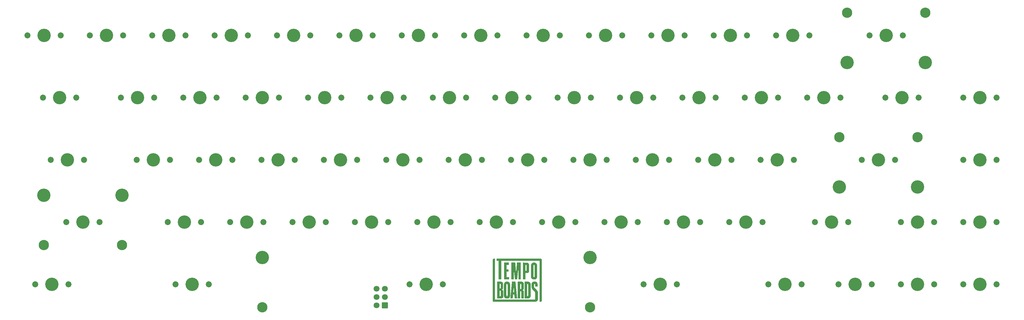
<source format=gbr>
G04 #@! TF.GenerationSoftware,KiCad,Pcbnew,(6.0.1)*
G04 #@! TF.CreationDate,2022-06-10T16:34:35-07:00*
G04 #@! TF.ProjectId,artemis-65,61727465-6d69-4732-9d36-352e6b696361,rev?*
G04 #@! TF.SameCoordinates,Original*
G04 #@! TF.FileFunction,Soldermask,Top*
G04 #@! TF.FilePolarity,Negative*
%FSLAX46Y46*%
G04 Gerber Fmt 4.6, Leading zero omitted, Abs format (unit mm)*
G04 Created by KiCad (PCBNEW (6.0.1)) date 2022-06-10 16:34:35*
%MOMM*%
%LPD*%
G01*
G04 APERTURE LIST*
G04 Aperture macros list*
%AMRoundRect*
0 Rectangle with rounded corners*
0 $1 Rounding radius*
0 $2 $3 $4 $5 $6 $7 $8 $9 X,Y pos of 4 corners*
0 Add a 4 corners polygon primitive as box body*
4,1,4,$2,$3,$4,$5,$6,$7,$8,$9,$2,$3,0*
0 Add four circle primitives for the rounded corners*
1,1,$1+$1,$2,$3*
1,1,$1+$1,$4,$5*
1,1,$1+$1,$6,$7*
1,1,$1+$1,$8,$9*
0 Add four rect primitives between the rounded corners*
20,1,$1+$1,$2,$3,$4,$5,0*
20,1,$1+$1,$4,$5,$6,$7,0*
20,1,$1+$1,$6,$7,$8,$9,0*
20,1,$1+$1,$8,$9,$2,$3,0*%
G04 Aperture macros list end*
%ADD10C,4.087800*%
%ADD11C,1.850000*%
%ADD12C,3.148000*%
%ADD13C,1.800000*%
%ADD14RoundRect,0.050000X-0.850000X-0.850000X0.850000X-0.850000X0.850000X0.850000X-0.850000X0.850000X0*%
G04 APERTURE END LIST*
G36*
X150726185Y-103915317D02*
G01*
X150726336Y-103758728D01*
X150726568Y-103604831D01*
X150726879Y-103454803D01*
X150727270Y-103309820D01*
X150727741Y-103171055D01*
X150728292Y-103039686D01*
X150728922Y-102916887D01*
X150729631Y-102803833D01*
X150730420Y-102701701D01*
X150731289Y-102611665D01*
X150732236Y-102534900D01*
X150733263Y-102472583D01*
X150734369Y-102425889D01*
X150735554Y-102395993D01*
X150736146Y-102388001D01*
X150755369Y-102252008D01*
X150784312Y-102130410D01*
X150823751Y-102021373D01*
X150874460Y-101923059D01*
X150937217Y-101833632D01*
X150999756Y-101764093D01*
X151085510Y-101688409D01*
X151178094Y-101627157D01*
X151278950Y-101579812D01*
X151389520Y-101545848D01*
X151511245Y-101524738D01*
X151645568Y-101515958D01*
X151680858Y-101515627D01*
X151824279Y-101523142D01*
X151956741Y-101545433D01*
X152078149Y-101582454D01*
X152188407Y-101634162D01*
X152287417Y-101700510D01*
X152375083Y-101781454D01*
X152450578Y-101875885D01*
X152497561Y-101955476D01*
X152539374Y-102048655D01*
X152574404Y-102150819D01*
X152601040Y-102257368D01*
X152615840Y-102347636D01*
X152617258Y-102367010D01*
X152618564Y-102401112D01*
X152619757Y-102450227D01*
X152620841Y-102514642D01*
X152621816Y-102594643D01*
X152622684Y-102690514D01*
X152623447Y-102802542D01*
X152624106Y-102931013D01*
X152624664Y-103076212D01*
X152625121Y-103238425D01*
X152625479Y-103417938D01*
X152625740Y-103615036D01*
X152625905Y-103830005D01*
X152625976Y-104063132D01*
X152625980Y-104140741D01*
X152625979Y-104354623D01*
X152625969Y-104550811D01*
X152625932Y-104730146D01*
X152625847Y-104893466D01*
X152625694Y-105041613D01*
X152625453Y-105175426D01*
X152625104Y-105295745D01*
X152624627Y-105403410D01*
X152624002Y-105499260D01*
X152623209Y-105584136D01*
X152622229Y-105658877D01*
X152621040Y-105724323D01*
X152619624Y-105781315D01*
X152617960Y-105830691D01*
X152616029Y-105873292D01*
X152613809Y-105909958D01*
X152611282Y-105941529D01*
X152608428Y-105968844D01*
X152605225Y-105992744D01*
X152601655Y-106014068D01*
X152597698Y-106033655D01*
X152593333Y-106052347D01*
X152588540Y-106070983D01*
X152583300Y-106090402D01*
X152579255Y-106105279D01*
X152566712Y-106144359D01*
X152548447Y-106192318D01*
X152527415Y-106241661D01*
X152515363Y-106267446D01*
X152457143Y-106368531D01*
X152387193Y-106456044D01*
X152304904Y-106530456D01*
X152209666Y-106592241D01*
X152100870Y-106641870D01*
X151986659Y-106677615D01*
X151950999Y-106686055D01*
X151916916Y-106692319D01*
X151880299Y-106696813D01*
X151837033Y-106699938D01*
X151783007Y-106702100D01*
X151722558Y-106703541D01*
X151635061Y-106704310D01*
X151563511Y-106702797D01*
X151505453Y-106698911D01*
X151466200Y-106693890D01*
X151342538Y-106665110D01*
X151222094Y-106620363D01*
X151170496Y-106595489D01*
X151073176Y-106534610D01*
X150987230Y-106459425D01*
X150913000Y-106370522D01*
X150850828Y-106268486D01*
X150801057Y-106153907D01*
X150764029Y-106027370D01*
X150740087Y-105889464D01*
X150735920Y-105850445D01*
X150734700Y-105827907D01*
X150733561Y-105788080D01*
X150732504Y-105732140D01*
X150731528Y-105661262D01*
X150730633Y-105576621D01*
X150729819Y-105479394D01*
X150729085Y-105370755D01*
X150728433Y-105251880D01*
X150727861Y-105123944D01*
X150727370Y-104988123D01*
X150726960Y-104845591D01*
X150726630Y-104697526D01*
X150726380Y-104545101D01*
X150726211Y-104389492D01*
X150726122Y-104231875D01*
X150726115Y-104108307D01*
X151509424Y-104108307D01*
X151509431Y-104318621D01*
X151509456Y-104511206D01*
X151509507Y-104686864D01*
X151509591Y-104846401D01*
X151509716Y-104990619D01*
X151509890Y-105120323D01*
X151510119Y-105236317D01*
X151510412Y-105339403D01*
X151510776Y-105430387D01*
X151511218Y-105510071D01*
X151511746Y-105579260D01*
X151512367Y-105638757D01*
X151513089Y-105689366D01*
X151513920Y-105731892D01*
X151514866Y-105767137D01*
X151515936Y-105795905D01*
X151517136Y-105819001D01*
X151518475Y-105837228D01*
X151519960Y-105851390D01*
X151521598Y-105862291D01*
X151523396Y-105870734D01*
X151525364Y-105877523D01*
X151525944Y-105879231D01*
X151539685Y-105910640D01*
X151556156Y-105937581D01*
X151564448Y-105947205D01*
X151605940Y-105974267D01*
X151655484Y-105988138D01*
X151707567Y-105988253D01*
X151756675Y-105974045D01*
X151768055Y-105968065D01*
X151805174Y-105936002D01*
X151832873Y-105889826D01*
X151846963Y-105845017D01*
X151848352Y-105830924D01*
X151849630Y-105801934D01*
X151850800Y-105757775D01*
X151851862Y-105698173D01*
X151852818Y-105622856D01*
X151853670Y-105531551D01*
X151854419Y-105423984D01*
X151855067Y-105299883D01*
X151855615Y-105158976D01*
X151856066Y-105000988D01*
X151856420Y-104825648D01*
X151856680Y-104632681D01*
X151856846Y-104421816D01*
X151856920Y-104192780D01*
X151856925Y-104114432D01*
X151856933Y-103902051D01*
X151856942Y-103707407D01*
X151856928Y-103529703D01*
X151856868Y-103368142D01*
X151856738Y-103221927D01*
X151856515Y-103090262D01*
X151856175Y-102972349D01*
X151855694Y-102867392D01*
X151855049Y-102774595D01*
X151854217Y-102693160D01*
X151853174Y-102622290D01*
X151851897Y-102561189D01*
X151850361Y-102509061D01*
X151848544Y-102465107D01*
X151846422Y-102428532D01*
X151843971Y-102398539D01*
X151841168Y-102374330D01*
X151837990Y-102355110D01*
X151834412Y-102340081D01*
X151830412Y-102328447D01*
X151825965Y-102319411D01*
X151821049Y-102312175D01*
X151815639Y-102305944D01*
X151809713Y-102299920D01*
X151803246Y-102293307D01*
X151803156Y-102293212D01*
X151761203Y-102261345D01*
X151711341Y-102244015D01*
X151657996Y-102241928D01*
X151605599Y-102255792D01*
X151596307Y-102260190D01*
X151570837Y-102276824D01*
X151551288Y-102299965D01*
X151534126Y-102332006D01*
X151509424Y-102384703D01*
X151509424Y-104108307D01*
X150726115Y-104108307D01*
X150726113Y-104073425D01*
X150726185Y-103915317D01*
G37*
G36*
X150098570Y-94479035D02*
G01*
X150205170Y-94479404D01*
X150329538Y-94479788D01*
X150470913Y-94480184D01*
X150628530Y-94480592D01*
X150801626Y-94481010D01*
X150989437Y-94481437D01*
X151191199Y-94481872D01*
X151406148Y-94482314D01*
X151633522Y-94482761D01*
X151872555Y-94483211D01*
X152122485Y-94483665D01*
X152382548Y-94484120D01*
X152651980Y-94484575D01*
X152930018Y-94485030D01*
X153215897Y-94485482D01*
X153508855Y-94485930D01*
X153808126Y-94486374D01*
X154112949Y-94486811D01*
X154422558Y-94487241D01*
X154736191Y-94487663D01*
X155053084Y-94488075D01*
X155372472Y-94488475D01*
X155693593Y-94488864D01*
X156015682Y-94489238D01*
X156337976Y-94489598D01*
X156659712Y-94489942D01*
X156786805Y-94490073D01*
X157209370Y-94490522D01*
X157614250Y-94490988D01*
X158001406Y-94491469D01*
X158370803Y-94491965D01*
X158722401Y-94492478D01*
X159056163Y-94493005D01*
X159372053Y-94493548D01*
X159670031Y-94494106D01*
X159950062Y-94494680D01*
X160212107Y-94495268D01*
X160456128Y-94495871D01*
X160682089Y-94496489D01*
X160889952Y-94497122D01*
X161079678Y-94497769D01*
X161251231Y-94498431D01*
X161404574Y-94499107D01*
X161539667Y-94499797D01*
X161656475Y-94500502D01*
X161754959Y-94501220D01*
X161835083Y-94501953D01*
X161896807Y-94502699D01*
X161940096Y-94503459D01*
X161964910Y-94504233D01*
X161970875Y-94504696D01*
X162047504Y-94526815D01*
X162119171Y-94564789D01*
X162183343Y-94616103D01*
X162237493Y-94678238D01*
X162279088Y-94748679D01*
X162305599Y-94824907D01*
X162308938Y-94841002D01*
X162309576Y-94853701D01*
X162310194Y-94884343D01*
X162310793Y-94932343D01*
X162311372Y-94997111D01*
X162311932Y-95078060D01*
X162312472Y-95174604D01*
X162312993Y-95286154D01*
X162313494Y-95412124D01*
X162313975Y-95551925D01*
X162314437Y-95704970D01*
X162314879Y-95870672D01*
X162315301Y-96048443D01*
X162315703Y-96237697D01*
X162316086Y-96437844D01*
X162316448Y-96648299D01*
X162316791Y-96868473D01*
X162317114Y-97097779D01*
X162317417Y-97335629D01*
X162317699Y-97581437D01*
X162317962Y-97834614D01*
X162318204Y-98094574D01*
X162318427Y-98360728D01*
X162318629Y-98632490D01*
X162318811Y-98909271D01*
X162318973Y-99190485D01*
X162319114Y-99475544D01*
X162319236Y-99763860D01*
X162319336Y-100054846D01*
X162319417Y-100347915D01*
X162319477Y-100642479D01*
X162319516Y-100937950D01*
X162319535Y-101233742D01*
X162319534Y-101529266D01*
X162319512Y-101823936D01*
X162319469Y-102117163D01*
X162319406Y-102408361D01*
X162319322Y-102696942D01*
X162319217Y-102982318D01*
X162319092Y-103263902D01*
X162318946Y-103541107D01*
X162318779Y-103813345D01*
X162318591Y-104080028D01*
X162318382Y-104340569D01*
X162318152Y-104594382D01*
X162317902Y-104840877D01*
X162317630Y-105079468D01*
X162317337Y-105309568D01*
X162317024Y-105530588D01*
X162316689Y-105741942D01*
X162316333Y-105943042D01*
X162315955Y-106133300D01*
X162315557Y-106312130D01*
X162315137Y-106478943D01*
X162314696Y-106633152D01*
X162314234Y-106774169D01*
X162313751Y-106901408D01*
X162313245Y-107014281D01*
X162312719Y-107112200D01*
X162312171Y-107194578D01*
X162311602Y-107260828D01*
X162311011Y-107310361D01*
X162310398Y-107342591D01*
X162309764Y-107356929D01*
X162309704Y-107357335D01*
X162287201Y-107432319D01*
X162249680Y-107504540D01*
X162200221Y-107569390D01*
X162141907Y-107622259D01*
X162124546Y-107634202D01*
X162084487Y-107657497D01*
X162044663Y-107674736D01*
X162001294Y-107686721D01*
X161950599Y-107694250D01*
X161888798Y-107698125D01*
X161817792Y-107699150D01*
X161670351Y-107699150D01*
X161670351Y-95152787D01*
X160342897Y-95157387D01*
X160248811Y-95157701D01*
X160138654Y-95158047D01*
X160013157Y-95158422D01*
X159873052Y-95158827D01*
X159719069Y-95159258D01*
X159551941Y-95159715D01*
X159372400Y-95160195D01*
X159181175Y-95160697D01*
X158978999Y-95161219D01*
X158766604Y-95161760D01*
X158544720Y-95162318D01*
X158314079Y-95162892D01*
X158075413Y-95163479D01*
X157829453Y-95164078D01*
X157576931Y-95164688D01*
X157318577Y-95165307D01*
X157055124Y-95165932D01*
X156787302Y-95166564D01*
X156515844Y-95167199D01*
X156241481Y-95167836D01*
X155964943Y-95168474D01*
X155686963Y-95169111D01*
X155408273Y-95169745D01*
X155129602Y-95170374D01*
X154851684Y-95170998D01*
X154575249Y-95171614D01*
X154301029Y-95172221D01*
X154029754Y-95172817D01*
X153762158Y-95173400D01*
X153498971Y-95173969D01*
X153240924Y-95174522D01*
X152988749Y-95175057D01*
X152743178Y-95175574D01*
X152504942Y-95176069D01*
X152274772Y-95176542D01*
X152053399Y-95176991D01*
X151841556Y-95177414D01*
X151639974Y-95177810D01*
X151449383Y-95178177D01*
X151270517Y-95178513D01*
X151104105Y-95178817D01*
X150950879Y-95179087D01*
X150811572Y-95179321D01*
X150686914Y-95179518D01*
X150577636Y-95179676D01*
X150484471Y-95179793D01*
X150408149Y-95179868D01*
X150349403Y-95179899D01*
X150334871Y-95179900D01*
X149929453Y-95179851D01*
X149929453Y-100841799D01*
X149141785Y-100841799D01*
X149141785Y-95179851D01*
X148539450Y-95179851D01*
X148539450Y-94473245D01*
X150098570Y-94479035D01*
G37*
G36*
X152236859Y-96412092D02*
G01*
X151896309Y-96414523D01*
X151555758Y-96416954D01*
X151555758Y-97797691D01*
X151854608Y-97800136D01*
X152153459Y-97802581D01*
X152153459Y-98506336D01*
X151854608Y-98508781D01*
X151555758Y-98511226D01*
X151553390Y-99324378D01*
X151551023Y-100137530D01*
X152283193Y-100137530D01*
X152283193Y-100841799D01*
X150781989Y-100841799D01*
X150781989Y-95717319D01*
X152236859Y-95717319D01*
X152236859Y-96412092D01*
G37*
G36*
X147964915Y-107022682D02*
G01*
X154023649Y-107022682D01*
X154427815Y-107022679D01*
X154813861Y-107022669D01*
X155182199Y-107022652D01*
X155533240Y-107022626D01*
X155867399Y-107022591D01*
X156185087Y-107022545D01*
X156486716Y-107022487D01*
X156772701Y-107022417D01*
X157043452Y-107022334D01*
X157299383Y-107022236D01*
X157540905Y-107022123D01*
X157768433Y-107021994D01*
X157982378Y-107021847D01*
X158183152Y-107021682D01*
X158371169Y-107021498D01*
X158546841Y-107021294D01*
X158710580Y-107021068D01*
X158862799Y-107020821D01*
X159003910Y-107020550D01*
X159134326Y-107020255D01*
X159254460Y-107019936D01*
X159364725Y-107019590D01*
X159465532Y-107019217D01*
X159557294Y-107018817D01*
X159640424Y-107018387D01*
X159715334Y-107017928D01*
X159782437Y-107017438D01*
X159842145Y-107016916D01*
X159894872Y-107016362D01*
X159941029Y-107015773D01*
X159981029Y-107015150D01*
X160015285Y-107014492D01*
X160044209Y-107013797D01*
X160068213Y-107013064D01*
X160087711Y-107012293D01*
X160103115Y-107011482D01*
X160114837Y-107010631D01*
X160123290Y-107009738D01*
X160128886Y-107008803D01*
X160130529Y-107008384D01*
X160187355Y-106982155D01*
X160234936Y-106941204D01*
X160264676Y-106898459D01*
X160284981Y-106860515D01*
X160287756Y-105989446D01*
X160288211Y-105828437D01*
X160288472Y-105684802D01*
X160288507Y-105557381D01*
X160288284Y-105445015D01*
X160287773Y-105346545D01*
X160286941Y-105260810D01*
X160285757Y-105186653D01*
X160284191Y-105122913D01*
X160282209Y-105068432D01*
X160279782Y-105022050D01*
X160276877Y-104982608D01*
X160273463Y-104948946D01*
X160269509Y-104919905D01*
X160264983Y-104894327D01*
X160259854Y-104871051D01*
X160257129Y-104860206D01*
X160247071Y-104824808D01*
X160235413Y-104791566D01*
X160221054Y-104759058D01*
X160202894Y-104725866D01*
X160179834Y-104690567D01*
X160150772Y-104651744D01*
X160114609Y-104607974D01*
X160070246Y-104557840D01*
X160016581Y-104499919D01*
X159952515Y-104432792D01*
X159876948Y-104355040D01*
X159823913Y-104300950D01*
X159736008Y-104210888D01*
X159660242Y-104131725D01*
X159595210Y-104061704D01*
X159539510Y-103999071D01*
X159491739Y-103942070D01*
X159450492Y-103888946D01*
X159414366Y-103837943D01*
X159381959Y-103787307D01*
X159351867Y-103735282D01*
X159322687Y-103680112D01*
X159314311Y-103663506D01*
X159280703Y-103592942D01*
X159252066Y-103524704D01*
X159227996Y-103456535D01*
X159208090Y-103386177D01*
X159191945Y-103311376D01*
X159179158Y-103229872D01*
X159169327Y-103139411D01*
X159162048Y-103037734D01*
X159156918Y-102922586D01*
X159153535Y-102791709D01*
X159152976Y-102760004D01*
X159151431Y-102630689D01*
X159151487Y-102517909D01*
X159153382Y-102419718D01*
X159157357Y-102334167D01*
X159163648Y-102259310D01*
X159172496Y-102193198D01*
X159184138Y-102133884D01*
X159198813Y-102079421D01*
X159216761Y-102027861D01*
X159238220Y-101977256D01*
X159252633Y-101947042D01*
X159311823Y-101847652D01*
X159384943Y-101760153D01*
X159471095Y-101685317D01*
X159569377Y-101623917D01*
X159678892Y-101576728D01*
X159686009Y-101574295D01*
X159793408Y-101544929D01*
X159909926Y-101525214D01*
X160031770Y-101515077D01*
X160155146Y-101514442D01*
X160276259Y-101523232D01*
X160391316Y-101541374D01*
X160496523Y-101568791D01*
X160557975Y-101591613D01*
X160660165Y-101643994D01*
X160749898Y-101709045D01*
X160827437Y-101787144D01*
X160893041Y-101878673D01*
X160946973Y-101984012D01*
X160989494Y-102103540D01*
X161020866Y-102237639D01*
X161027000Y-102273503D01*
X161031616Y-102308922D01*
X161035557Y-102353876D01*
X161038900Y-102410019D01*
X161041720Y-102479005D01*
X161044091Y-102562489D01*
X161046089Y-102662124D01*
X161046867Y-102711354D01*
X161051953Y-103056538D01*
X160308147Y-103056538D01*
X160308096Y-102729887D01*
X160307789Y-102636682D01*
X160306924Y-102554895D01*
X160305539Y-102485911D01*
X160303671Y-102431109D01*
X160301359Y-102391871D01*
X160298640Y-102369581D01*
X160298212Y-102367830D01*
X160279420Y-102327154D01*
X160249065Y-102289887D01*
X160212385Y-102261478D01*
X160184365Y-102249394D01*
X160137749Y-102242611D01*
X160087414Y-102244618D01*
X160040559Y-102254568D01*
X160006199Y-102270355D01*
X159981184Y-102293747D01*
X159957580Y-102326720D01*
X159950465Y-102339823D01*
X159926882Y-102387610D01*
X159930302Y-102756824D01*
X159931208Y-102849841D01*
X159932109Y-102926319D01*
X159933117Y-102988251D01*
X159934340Y-103037631D01*
X159935889Y-103076453D01*
X159937873Y-103106710D01*
X159940402Y-103130396D01*
X159943586Y-103149504D01*
X159947535Y-103166029D01*
X159952359Y-103181964D01*
X159953997Y-103186940D01*
X159968634Y-103224798D01*
X159988103Y-103263764D01*
X160013350Y-103304892D01*
X160045320Y-103349236D01*
X160084959Y-103397852D01*
X160133214Y-103451793D01*
X160191029Y-103512114D01*
X160259352Y-103579869D01*
X160339127Y-103656113D01*
X160431301Y-103741901D01*
X160536820Y-103838287D01*
X160544448Y-103845202D01*
X160650669Y-103943550D01*
X160742494Y-104033616D01*
X160821033Y-104117271D01*
X160887397Y-104196382D01*
X160942696Y-104272821D01*
X160988041Y-104348456D01*
X161024541Y-104425157D01*
X161053307Y-104504794D01*
X161075449Y-104589235D01*
X161092077Y-104680351D01*
X161104303Y-104780010D01*
X161105220Y-104789409D01*
X161107072Y-104817877D01*
X161108668Y-104862128D01*
X161110011Y-104922448D01*
X161111102Y-104999127D01*
X161111943Y-105092450D01*
X161112536Y-105202705D01*
X161112883Y-105330180D01*
X161112984Y-105475162D01*
X161112842Y-105637939D01*
X161112460Y-105818797D01*
X161112137Y-105929212D01*
X161111618Y-106089838D01*
X161111127Y-106233029D01*
X161110642Y-106359881D01*
X161110140Y-106471492D01*
X161109600Y-106568959D01*
X161109000Y-106653381D01*
X161108316Y-106725854D01*
X161107526Y-106787477D01*
X161106610Y-106839345D01*
X161105544Y-106882558D01*
X161104306Y-106918212D01*
X161102873Y-106947405D01*
X161101225Y-106971234D01*
X161099338Y-106990798D01*
X161097190Y-107007192D01*
X161094760Y-107021516D01*
X161092024Y-107034865D01*
X161089539Y-107045849D01*
X161056283Y-107163266D01*
X161013743Y-107266387D01*
X160960697Y-107357603D01*
X160895922Y-107439307D01*
X160879507Y-107456725D01*
X160811114Y-107519697D01*
X160736874Y-107572868D01*
X160654215Y-107617475D01*
X160560565Y-107654754D01*
X160453351Y-107685943D01*
X160359819Y-107706608D01*
X160353799Y-107707570D01*
X160345461Y-107708490D01*
X160334397Y-107709370D01*
X160320199Y-107710210D01*
X160302459Y-107711013D01*
X160280769Y-107711778D01*
X160254720Y-107712507D01*
X160223905Y-107713201D01*
X160187915Y-107713862D01*
X160146343Y-107714489D01*
X160098780Y-107715085D01*
X160044819Y-107715650D01*
X159984050Y-107716186D01*
X159916067Y-107716694D01*
X159840460Y-107717174D01*
X159756822Y-107717627D01*
X159664745Y-107718056D01*
X159563821Y-107718461D01*
X159453642Y-107718842D01*
X159333799Y-107719202D01*
X159203884Y-107719540D01*
X159063489Y-107719859D01*
X158912207Y-107720159D01*
X158749629Y-107720442D01*
X158575347Y-107720708D01*
X158388953Y-107720959D01*
X158190039Y-107721195D01*
X157978197Y-107721418D01*
X157753018Y-107721629D01*
X157514095Y-107721829D01*
X157261020Y-107722019D01*
X156993383Y-107722200D01*
X156710779Y-107722373D01*
X156412797Y-107722539D01*
X156099031Y-107722700D01*
X155769071Y-107722856D01*
X155422511Y-107723008D01*
X155058942Y-107723159D01*
X154677955Y-107723307D01*
X154279143Y-107723456D01*
X153974364Y-107723565D01*
X153559778Y-107723709D01*
X153163328Y-107723839D01*
X152784616Y-107723953D01*
X152423246Y-107724052D01*
X152078821Y-107724135D01*
X151750942Y-107724201D01*
X151439213Y-107724249D01*
X151143236Y-107724279D01*
X150862614Y-107724289D01*
X150596950Y-107724280D01*
X150345847Y-107724251D01*
X150108907Y-107724200D01*
X149885732Y-107724127D01*
X149675926Y-107724032D01*
X149479092Y-107723913D01*
X149294831Y-107723771D01*
X149122748Y-107723603D01*
X148962443Y-107723411D01*
X148813521Y-107723192D01*
X148675584Y-107722947D01*
X148548234Y-107722673D01*
X148431075Y-107722372D01*
X148323708Y-107722042D01*
X148225738Y-107721682D01*
X148136765Y-107721292D01*
X148056394Y-107720871D01*
X147984227Y-107720418D01*
X147919866Y-107719933D01*
X147862914Y-107719414D01*
X147812975Y-107718862D01*
X147769650Y-107718275D01*
X147732542Y-107717654D01*
X147701254Y-107716996D01*
X147675390Y-107716301D01*
X147654551Y-107715569D01*
X147638339Y-107714799D01*
X147626359Y-107713991D01*
X147618213Y-107713142D01*
X147613750Y-107712323D01*
X147534154Y-107681761D01*
X147465184Y-107636142D01*
X147407549Y-107576065D01*
X147361956Y-107502129D01*
X147359661Y-107497353D01*
X147330147Y-107435050D01*
X147330147Y-94775788D01*
X147364920Y-94705428D01*
X147409834Y-94633815D01*
X147467594Y-94572305D01*
X147535277Y-94523178D01*
X147609957Y-94488712D01*
X147660267Y-94475363D01*
X147687662Y-94471964D01*
X147728389Y-94469147D01*
X147777250Y-94467180D01*
X147829046Y-94466330D01*
X147836446Y-94466316D01*
X147964915Y-94466316D01*
X147964915Y-107022682D01*
G37*
G36*
X155593718Y-101548236D02*
G01*
X155720342Y-101548819D01*
X155829847Y-101549375D01*
X155923645Y-101549948D01*
X156003153Y-101550584D01*
X156069782Y-101551329D01*
X156124947Y-101552227D01*
X156170062Y-101553323D01*
X156206541Y-101554662D01*
X156235797Y-101556290D01*
X156259245Y-101558252D01*
X156278297Y-101560593D01*
X156294369Y-101563357D01*
X156308873Y-101566591D01*
X156323224Y-101570340D01*
X156328103Y-101571679D01*
X156433503Y-101608429D01*
X156525203Y-101656960D01*
X156603653Y-101717793D01*
X156669306Y-101791446D01*
X156722611Y-101878437D01*
X156764020Y-101979285D01*
X156793982Y-102094508D01*
X156797201Y-102111336D01*
X156799647Y-102128131D01*
X156801779Y-102150901D01*
X156803615Y-102180819D01*
X156805173Y-102219062D01*
X156806473Y-102266804D01*
X156807532Y-102325221D01*
X156808370Y-102395488D01*
X156809004Y-102478781D01*
X156809454Y-102576274D01*
X156809737Y-102689144D01*
X156809872Y-102818565D01*
X156809889Y-102917538D01*
X156809868Y-103051635D01*
X156809812Y-103168518D01*
X156809688Y-103269506D01*
X156809463Y-103355919D01*
X156809103Y-103429075D01*
X156808574Y-103490295D01*
X156807842Y-103540898D01*
X156806873Y-103582202D01*
X156805635Y-103615527D01*
X156804093Y-103642193D01*
X156802213Y-103663519D01*
X156799962Y-103680824D01*
X156797305Y-103695427D01*
X156794210Y-103708648D01*
X156790643Y-103721806D01*
X156789201Y-103726909D01*
X156754269Y-103823738D01*
X156708085Y-103909524D01*
X156651883Y-103982895D01*
X156586896Y-104042483D01*
X156514356Y-104086918D01*
X156441174Y-104113448D01*
X156411056Y-104123661D01*
X156399450Y-104134495D01*
X156406358Y-104145955D01*
X156431785Y-104158047D01*
X156469971Y-104169338D01*
X156555641Y-104198665D01*
X156627985Y-104240351D01*
X156688462Y-104295574D01*
X156738526Y-104365513D01*
X156758322Y-104402664D01*
X156768644Y-104423648D01*
X156777879Y-104442594D01*
X156786089Y-104460596D01*
X156793339Y-104478751D01*
X156799691Y-104498154D01*
X156805211Y-104519901D01*
X156809962Y-104545088D01*
X156814008Y-104574810D01*
X156817413Y-104610164D01*
X156820239Y-104652244D01*
X156822553Y-104702147D01*
X156824416Y-104760969D01*
X156825893Y-104829805D01*
X156827048Y-104909750D01*
X156827945Y-105001901D01*
X156828647Y-105107354D01*
X156829218Y-105227203D01*
X156829723Y-105362546D01*
X156830224Y-105514477D01*
X156830651Y-105644262D01*
X156834103Y-106670548D01*
X156054736Y-106670548D01*
X156054684Y-105658162D01*
X156054600Y-105477836D01*
X156054363Y-105315661D01*
X156053969Y-105171254D01*
X156053416Y-105044232D01*
X156052699Y-104934213D01*
X156051815Y-104840814D01*
X156050759Y-104763653D01*
X156049529Y-104702348D01*
X156048121Y-104656515D01*
X156046530Y-104625772D01*
X156044754Y-104609738D01*
X156044508Y-104608709D01*
X156027620Y-104565008D01*
X156002563Y-104531845D01*
X155967332Y-104508180D01*
X155919923Y-104492976D01*
X155858332Y-104485196D01*
X155802854Y-104483608D01*
X155711869Y-104483608D01*
X155711869Y-106670548D01*
X154933466Y-106670548D01*
X154933466Y-103844207D01*
X155711869Y-103844207D01*
X155802219Y-103844155D01*
X155845715Y-103843143D01*
X155886154Y-103840477D01*
X155917277Y-103836639D01*
X155926936Y-103834559D01*
X155965773Y-103815490D01*
X156002077Y-103782767D01*
X156030812Y-103741098D01*
X156034184Y-103734312D01*
X156037238Y-103726695D01*
X156039878Y-103716833D01*
X156042133Y-103703410D01*
X156044033Y-103685110D01*
X156045608Y-103660618D01*
X156046888Y-103628616D01*
X156047903Y-103587790D01*
X156048683Y-103536824D01*
X156049257Y-103474400D01*
X156049656Y-103399204D01*
X156049910Y-103309919D01*
X156050047Y-103205230D01*
X156050099Y-103083820D01*
X156050103Y-103033371D01*
X156050093Y-102906153D01*
X156050038Y-102796137D01*
X156049903Y-102701992D01*
X156049650Y-102622384D01*
X156049244Y-102555984D01*
X156048648Y-102501459D01*
X156047825Y-102457478D01*
X156046740Y-102422709D01*
X156045355Y-102395821D01*
X156043634Y-102375481D01*
X156041541Y-102360359D01*
X156039040Y-102349123D01*
X156036093Y-102340441D01*
X156032665Y-102332982D01*
X156030852Y-102329470D01*
X156000834Y-102291694D01*
X155971477Y-102271554D01*
X155951762Y-102262244D01*
X155931632Y-102256101D01*
X155906603Y-102252492D01*
X155872196Y-102250782D01*
X155823929Y-102250336D01*
X155711869Y-102250336D01*
X155711869Y-103844207D01*
X154933466Y-103844207D01*
X154933466Y-101545260D01*
X155593718Y-101548236D01*
G37*
G36*
X157596970Y-101546067D02*
G01*
X157722069Y-101546242D01*
X157836123Y-101546756D01*
X157938060Y-101547592D01*
X158026806Y-101548733D01*
X158101290Y-101550162D01*
X158160436Y-101551863D01*
X158203174Y-101553819D01*
X158228082Y-101555963D01*
X158357638Y-101581431D01*
X158474069Y-101619978D01*
X158577390Y-101671618D01*
X158667614Y-101736366D01*
X158744753Y-101814236D01*
X158808822Y-101905241D01*
X158859834Y-102009396D01*
X158897803Y-102126716D01*
X158922741Y-102257214D01*
X158927122Y-102293585D01*
X158928523Y-102312376D01*
X158929790Y-102341602D01*
X158930923Y-102381799D01*
X158931925Y-102433507D01*
X158932798Y-102497263D01*
X158933545Y-102573607D01*
X158934167Y-102663075D01*
X158934667Y-102766207D01*
X158935047Y-102883540D01*
X158935308Y-103015613D01*
X158935454Y-103162964D01*
X158935485Y-103326132D01*
X158935405Y-103505653D01*
X158935215Y-103702068D01*
X158934917Y-103915913D01*
X158934515Y-104147728D01*
X158934493Y-104159274D01*
X158934087Y-104371698D01*
X158933706Y-104566403D01*
X158933339Y-104744203D01*
X158932976Y-104905914D01*
X158932606Y-105052351D01*
X158932221Y-105184327D01*
X158931810Y-105302657D01*
X158931362Y-105408156D01*
X158930868Y-105501639D01*
X158930317Y-105583921D01*
X158929700Y-105655815D01*
X158929006Y-105718136D01*
X158928225Y-105771700D01*
X158927347Y-105817320D01*
X158926362Y-105855812D01*
X158925260Y-105887990D01*
X158924031Y-105914668D01*
X158922664Y-105936661D01*
X158921150Y-105954785D01*
X158919478Y-105969852D01*
X158917639Y-105982679D01*
X158915621Y-105994079D01*
X158913416Y-106004868D01*
X158911492Y-106013689D01*
X158876520Y-106142077D01*
X158831287Y-106255203D01*
X158775243Y-106353593D01*
X158707837Y-106437771D01*
X158628519Y-106508262D01*
X158536739Y-106565590D01*
X158431947Y-106610280D01*
X158313592Y-106642856D01*
X158237042Y-106656626D01*
X158213076Y-106659678D01*
X158184317Y-106662272D01*
X158149250Y-106664442D01*
X158106361Y-106666221D01*
X158054135Y-106667641D01*
X157991057Y-106668734D01*
X157915612Y-106669534D01*
X157826285Y-106670071D01*
X157721562Y-106670380D01*
X157599927Y-106670492D01*
X157590690Y-106670493D01*
X157037005Y-106670548D01*
X157037005Y-105966279D01*
X157806141Y-105966279D01*
X157905758Y-105966244D01*
X157953570Y-105965618D01*
X157987149Y-105963388D01*
X158010768Y-105958970D01*
X158028698Y-105951778D01*
X158034146Y-105948666D01*
X158063023Y-105924564D01*
X158087246Y-105889181D01*
X158108261Y-105839932D01*
X158123757Y-105788743D01*
X158144375Y-105711445D01*
X158144375Y-102495903D01*
X158123793Y-102430480D01*
X158098740Y-102365269D01*
X158068617Y-102316596D01*
X158031062Y-102282666D01*
X157983715Y-102261681D01*
X157924213Y-102251845D01*
X157887224Y-102250539D01*
X157806141Y-102250336D01*
X157806141Y-105966279D01*
X157037005Y-105966279D01*
X157037005Y-101546067D01*
X157596970Y-101546067D01*
G37*
G36*
X157215389Y-95719488D02*
G01*
X157341972Y-95720069D01*
X157451435Y-95720622D01*
X157545188Y-95721191D01*
X157624644Y-95721822D01*
X157691215Y-95722560D01*
X157746314Y-95723451D01*
X157791353Y-95724541D01*
X157827743Y-95725874D01*
X157856896Y-95727497D01*
X157880226Y-95729455D01*
X157899143Y-95731793D01*
X157915061Y-95734557D01*
X157929390Y-95737792D01*
X157943544Y-95741545D01*
X157949237Y-95743134D01*
X158055767Y-95781332D01*
X158148937Y-95832367D01*
X158228819Y-95896312D01*
X158295489Y-95973236D01*
X158349020Y-96063213D01*
X158389487Y-96166312D01*
X158389623Y-96166753D01*
X158397011Y-96191368D01*
X158403569Y-96215411D01*
X158409349Y-96240086D01*
X158414398Y-96266600D01*
X158418767Y-96296158D01*
X158422504Y-96329965D01*
X158425659Y-96369227D01*
X158428281Y-96415148D01*
X158430419Y-96468935D01*
X158432123Y-96531792D01*
X158433441Y-96604926D01*
X158434424Y-96689541D01*
X158435119Y-96786842D01*
X158435578Y-96898036D01*
X158435848Y-97024327D01*
X158435979Y-97166921D01*
X158436019Y-97301923D01*
X158435933Y-97454851D01*
X158435642Y-97597377D01*
X158435155Y-97728617D01*
X158434482Y-97847686D01*
X158433629Y-97953699D01*
X158432607Y-98045772D01*
X158431424Y-98123021D01*
X158430087Y-98184562D01*
X158428607Y-98229508D01*
X158426991Y-98256977D01*
X158426665Y-98260186D01*
X158414847Y-98343009D01*
X158398946Y-98414329D01*
X158377056Y-98481049D01*
X158347275Y-98550072D01*
X158345918Y-98552926D01*
X158294070Y-98640981D01*
X158228846Y-98716411D01*
X158150953Y-98778637D01*
X158061100Y-98827081D01*
X157972524Y-98857901D01*
X157920561Y-98870409D01*
X157866249Y-98880070D01*
X157806471Y-98887162D01*
X157738113Y-98891958D01*
X157658058Y-98894736D01*
X157563192Y-98895771D01*
X157544600Y-98895794D01*
X157342806Y-98895794D01*
X157342806Y-100841799D01*
X156555137Y-100841799D01*
X156555137Y-98220800D01*
X157342714Y-98220800D01*
X157460910Y-98217746D01*
X157510781Y-98216169D01*
X157546013Y-98214021D01*
X157570503Y-98210640D01*
X157588144Y-98205365D01*
X157602832Y-98197535D01*
X157610413Y-98192364D01*
X157634924Y-98168054D01*
X157658348Y-98133159D01*
X157666013Y-98118231D01*
X157690307Y-98066425D01*
X157690307Y-96537421D01*
X157668365Y-96499130D01*
X157642207Y-96465889D01*
X157609033Y-96439828D01*
X157608408Y-96439474D01*
X157589895Y-96430185D01*
X157570772Y-96423987D01*
X157546705Y-96420244D01*
X157513356Y-96418319D01*
X157466389Y-96417575D01*
X157458917Y-96417531D01*
X157347439Y-96416954D01*
X157345077Y-97318877D01*
X157342714Y-98220800D01*
X156555137Y-98220800D01*
X156555137Y-95716511D01*
X157215389Y-95719488D01*
G37*
G36*
X158992491Y-97841079D02*
G01*
X158992756Y-97639539D01*
X158993126Y-97453769D01*
X158993597Y-97284026D01*
X158994170Y-97130572D01*
X158994842Y-96993666D01*
X158995612Y-96873567D01*
X158996479Y-96770536D01*
X158997441Y-96684832D01*
X158998498Y-96616715D01*
X158999647Y-96566444D01*
X159000887Y-96534280D01*
X159001733Y-96523278D01*
X159026453Y-96379600D01*
X159064352Y-96248838D01*
X159115250Y-96131164D01*
X159178967Y-96026753D01*
X159255325Y-95935776D01*
X159344144Y-95858407D01*
X159445244Y-95794819D01*
X159558447Y-95745184D01*
X159683572Y-95709676D01*
X159820441Y-95688466D01*
X159871888Y-95684405D01*
X160004668Y-95683691D01*
X160132995Y-95697329D01*
X160255052Y-95724685D01*
X160369021Y-95765124D01*
X160473086Y-95818012D01*
X160565429Y-95882716D01*
X160638108Y-95951735D01*
X160707109Y-96040002D01*
X160767044Y-96141036D01*
X160815524Y-96250313D01*
X160845216Y-96343527D01*
X160850227Y-96362599D01*
X160854823Y-96380480D01*
X160859024Y-96398004D01*
X160862846Y-96416003D01*
X160866308Y-96435310D01*
X160869427Y-96456758D01*
X160872221Y-96481179D01*
X160874708Y-96509406D01*
X160876906Y-96542272D01*
X160878832Y-96580609D01*
X160880506Y-96625250D01*
X160881943Y-96677028D01*
X160883163Y-96736776D01*
X160884183Y-96805326D01*
X160885021Y-96883511D01*
X160885695Y-96972164D01*
X160886222Y-97072116D01*
X160886621Y-97184202D01*
X160886910Y-97309254D01*
X160887105Y-97448104D01*
X160887226Y-97601585D01*
X160887289Y-97770530D01*
X160887314Y-97955772D01*
X160887317Y-98158143D01*
X160887315Y-98307359D01*
X160887309Y-98519030D01*
X160887283Y-98712991D01*
X160887232Y-98890066D01*
X160887146Y-99051076D01*
X160887020Y-99196847D01*
X160886844Y-99328200D01*
X160886612Y-99445959D01*
X160886315Y-99550947D01*
X160885947Y-99643987D01*
X160885499Y-99725904D01*
X160884964Y-99797519D01*
X160884334Y-99859657D01*
X160883603Y-99913140D01*
X160882761Y-99958791D01*
X160881802Y-99997435D01*
X160880718Y-100029893D01*
X160879501Y-100056990D01*
X160878144Y-100079548D01*
X160876639Y-100098392D01*
X160874978Y-100114343D01*
X160873154Y-100128225D01*
X160871160Y-100140862D01*
X160870331Y-100145649D01*
X160839169Y-100280386D01*
X160795678Y-100401295D01*
X160739768Y-100508460D01*
X160671353Y-100601969D01*
X160590344Y-100681905D01*
X160496652Y-100748357D01*
X160390191Y-100801409D01*
X160270872Y-100841148D01*
X160138606Y-100867659D01*
X160129093Y-100868990D01*
X160068639Y-100874640D01*
X159996374Y-100877366D01*
X159918779Y-100877243D01*
X159842333Y-100874348D01*
X159773514Y-100868756D01*
X159740487Y-100864438D01*
X159614240Y-100836933D01*
X159497689Y-100795544D01*
X159392020Y-100740929D01*
X159298421Y-100673744D01*
X159218077Y-100594647D01*
X159189376Y-100559103D01*
X159146906Y-100498778D01*
X159112715Y-100440159D01*
X159083458Y-100376743D01*
X159055789Y-100302025D01*
X159053151Y-100294190D01*
X159045943Y-100272779D01*
X159039328Y-100252920D01*
X159033279Y-100233780D01*
X159027771Y-100214523D01*
X159022780Y-100194314D01*
X159018279Y-100172320D01*
X159014244Y-100147706D01*
X159010648Y-100119636D01*
X159007468Y-100087277D01*
X159004676Y-100049793D01*
X159002249Y-100006350D01*
X159000160Y-99956113D01*
X158998384Y-99898247D01*
X158996896Y-99831919D01*
X158995671Y-99756293D01*
X158994683Y-99670534D01*
X158993906Y-99573808D01*
X158993317Y-99465281D01*
X158992888Y-99344117D01*
X158992595Y-99209482D01*
X158992412Y-99060542D01*
X158992314Y-98896461D01*
X158992276Y-98716405D01*
X158992272Y-98519539D01*
X158992277Y-98305029D01*
X158992277Y-98290424D01*
X158992280Y-98279559D01*
X159775313Y-98279559D01*
X159775319Y-98490479D01*
X159775345Y-98683665D01*
X159775396Y-98859914D01*
X159775481Y-99020027D01*
X159775606Y-99164802D01*
X159775779Y-99295037D01*
X159776008Y-99411532D01*
X159776300Y-99515085D01*
X159776662Y-99606496D01*
X159777101Y-99686562D01*
X159777625Y-99756083D01*
X159778242Y-99815858D01*
X159778958Y-99866685D01*
X159779781Y-99909363D01*
X159780718Y-99944691D01*
X159781778Y-99973468D01*
X159782966Y-99996493D01*
X159784291Y-100014564D01*
X159785760Y-100028480D01*
X159787380Y-100039041D01*
X159789159Y-100047044D01*
X159791103Y-100053289D01*
X159791694Y-100054871D01*
X159807262Y-100086280D01*
X159826737Y-100114350D01*
X159833593Y-100121759D01*
X159871498Y-100146133D01*
X159918333Y-100158316D01*
X159968587Y-100157739D01*
X160016753Y-100143830D01*
X160022093Y-100141258D01*
X160056439Y-100115328D01*
X160086134Y-100077184D01*
X160106267Y-100033142D01*
X160106353Y-100032859D01*
X160107892Y-100018550D01*
X160109335Y-99986837D01*
X160110681Y-99938850D01*
X160111930Y-99875720D01*
X160113082Y-99798574D01*
X160114138Y-99708544D01*
X160115097Y-99606758D01*
X160115959Y-99494347D01*
X160116724Y-99372439D01*
X160117392Y-99242165D01*
X160117964Y-99104655D01*
X160118439Y-98961037D01*
X160118817Y-98812441D01*
X160119098Y-98659998D01*
X160119283Y-98504836D01*
X160119370Y-98348085D01*
X160119361Y-98190876D01*
X160119256Y-98034337D01*
X160119053Y-97879598D01*
X160118753Y-97727790D01*
X160118357Y-97580040D01*
X160117864Y-97437480D01*
X160117275Y-97301238D01*
X160116588Y-97172445D01*
X160115805Y-97052230D01*
X160114925Y-96941723D01*
X160113948Y-96842052D01*
X160112874Y-96754349D01*
X160111704Y-96679742D01*
X160110436Y-96619361D01*
X160109072Y-96574336D01*
X160107612Y-96545797D01*
X160106353Y-96535526D01*
X160082329Y-96483055D01*
X160046597Y-96444923D01*
X159999409Y-96421309D01*
X159941017Y-96412396D01*
X159934514Y-96412321D01*
X159884175Y-96419092D01*
X159843863Y-96440340D01*
X159811414Y-96477468D01*
X159798479Y-96500368D01*
X159775313Y-96546688D01*
X159775313Y-98279559D01*
X158992280Y-98279559D01*
X158992331Y-98058127D01*
X158992491Y-97841079D01*
G37*
G36*
X154214694Y-95765969D02*
G01*
X154215795Y-95779152D01*
X154218120Y-95809532D01*
X154221583Y-95855946D01*
X154226103Y-95917228D01*
X154231594Y-95992214D01*
X154237974Y-96079738D01*
X154245160Y-96178636D01*
X154253067Y-96287744D01*
X154261612Y-96405896D01*
X154270713Y-96531928D01*
X154280284Y-96664675D01*
X154290243Y-96802973D01*
X154300506Y-96945656D01*
X154310990Y-97091560D01*
X154321611Y-97239519D01*
X154332285Y-97388371D01*
X154342930Y-97536948D01*
X154353462Y-97684088D01*
X154363797Y-97828625D01*
X154373851Y-97969394D01*
X154383542Y-98105231D01*
X154392785Y-98234970D01*
X154401497Y-98357448D01*
X154409595Y-98471499D01*
X154416995Y-98575958D01*
X154423614Y-98669662D01*
X154429368Y-98751444D01*
X154434174Y-98820141D01*
X154437948Y-98874588D01*
X154440606Y-98913620D01*
X154442065Y-98936071D01*
X154442332Y-98941192D01*
X154447648Y-98951098D01*
X154459187Y-98949859D01*
X154470334Y-98939696D01*
X154474024Y-98930544D01*
X154475153Y-98919163D01*
X154477555Y-98890275D01*
X154481156Y-98844859D01*
X154485883Y-98783893D01*
X154491663Y-98708354D01*
X154498422Y-98619221D01*
X154506087Y-98517472D01*
X154514584Y-98404085D01*
X154523841Y-98280038D01*
X154533784Y-98146308D01*
X154544340Y-98003875D01*
X154555435Y-97853715D01*
X154566997Y-97696808D01*
X154578951Y-97534131D01*
X154590537Y-97376056D01*
X154602839Y-97208078D01*
X154614829Y-97044497D01*
X154626433Y-96886327D01*
X154637576Y-96734582D01*
X154648182Y-96590275D01*
X154658178Y-96454420D01*
X154667488Y-96328030D01*
X154676038Y-96212119D01*
X154683753Y-96107699D01*
X154690558Y-96015785D01*
X154696378Y-95937389D01*
X154701140Y-95873526D01*
X154704767Y-95825209D01*
X154707186Y-95793451D01*
X154708267Y-95779869D01*
X154713727Y-95717319D01*
X155860136Y-95717319D01*
X155860136Y-100841799D01*
X155165134Y-100841799D01*
X155165161Y-99569946D01*
X155165299Y-99327809D01*
X155165697Y-99096061D01*
X155166350Y-98875323D01*
X155167251Y-98666221D01*
X155168392Y-98469378D01*
X155169768Y-98285418D01*
X155171372Y-98114966D01*
X155173197Y-97958644D01*
X155175236Y-97817078D01*
X155177484Y-97690891D01*
X155179933Y-97580706D01*
X155182578Y-97487149D01*
X155185410Y-97410843D01*
X155188425Y-97352411D01*
X155188593Y-97349775D01*
X155190922Y-97309399D01*
X155191298Y-97284198D01*
X155189290Y-97270877D01*
X155184469Y-97266142D01*
X155177712Y-97266429D01*
X155175599Y-97268028D01*
X155173331Y-97272531D01*
X155170822Y-97280692D01*
X155167981Y-97293264D01*
X155164722Y-97310999D01*
X155160955Y-97334652D01*
X155156592Y-97364976D01*
X155151545Y-97402723D01*
X155145726Y-97448647D01*
X155139045Y-97503500D01*
X155131415Y-97568037D01*
X155122747Y-97643011D01*
X155112953Y-97729174D01*
X155101945Y-97827280D01*
X155089633Y-97938083D01*
X155075930Y-98062334D01*
X155060748Y-98200788D01*
X155043997Y-98354198D01*
X155025590Y-98523316D01*
X155005438Y-98708897D01*
X154983453Y-98911693D01*
X154969111Y-99044115D01*
X154949671Y-99223681D01*
X154930767Y-99398370D01*
X154912495Y-99567286D01*
X154894951Y-99729533D01*
X154878233Y-99884213D01*
X154862437Y-100030432D01*
X154847660Y-100167291D01*
X154833999Y-100293895D01*
X154821549Y-100409348D01*
X154810409Y-100512752D01*
X154800674Y-100603211D01*
X154792442Y-100679830D01*
X154785808Y-100741710D01*
X154780870Y-100787957D01*
X154777725Y-100817673D01*
X154776469Y-100829962D01*
X154776450Y-100830216D01*
X154772441Y-100833392D01*
X154759754Y-100835974D01*
X154736935Y-100838010D01*
X154702527Y-100839552D01*
X154655074Y-100840651D01*
X154593121Y-100841357D01*
X154515212Y-100841720D01*
X154443526Y-100841799D01*
X154111119Y-100841799D01*
X154105686Y-100797782D01*
X154104149Y-100784159D01*
X154100732Y-100753037D01*
X154095536Y-100705345D01*
X154088659Y-100642013D01*
X154080203Y-100563969D01*
X154070268Y-100472142D01*
X154058954Y-100367460D01*
X154046362Y-100250854D01*
X154032592Y-100123251D01*
X154017743Y-99985580D01*
X154001917Y-99838770D01*
X153985213Y-99683751D01*
X153967732Y-99521450D01*
X153949575Y-99352797D01*
X153930840Y-99178721D01*
X153913362Y-99016261D01*
X153894218Y-98838627D01*
X153875530Y-98665905D01*
X153857399Y-98498998D01*
X153839925Y-98338811D01*
X153823211Y-98186247D01*
X153807356Y-98042213D01*
X153792463Y-97907612D01*
X153778631Y-97783349D01*
X153765962Y-97670327D01*
X153754557Y-97569452D01*
X153744517Y-97481629D01*
X153735943Y-97407760D01*
X153728936Y-97348752D01*
X153723596Y-97305508D01*
X153720025Y-97278932D01*
X153718367Y-97269953D01*
X153707570Y-97264826D01*
X153701133Y-97277259D01*
X153699143Y-97306774D01*
X153701690Y-97352899D01*
X153702114Y-97357523D01*
X153704538Y-97392636D01*
X153706907Y-97445291D01*
X153709212Y-97514494D01*
X153711440Y-97599255D01*
X153713581Y-97698581D01*
X153715624Y-97811480D01*
X153717557Y-97936960D01*
X153719369Y-98074029D01*
X153721049Y-98221695D01*
X153722586Y-98378965D01*
X153723969Y-98544848D01*
X153725187Y-98718352D01*
X153726228Y-98898485D01*
X153727082Y-99084254D01*
X153727737Y-99274668D01*
X153728183Y-99468734D01*
X153728408Y-99665460D01*
X153728425Y-99704313D01*
X153728797Y-100841799D01*
X153033795Y-100841799D01*
X153033795Y-95717319D01*
X154209331Y-95717319D01*
X154214694Y-95765969D01*
G37*
G36*
X149246035Y-101546105D02*
G01*
X149378155Y-101546175D01*
X149493239Y-101546435D01*
X149592784Y-101546983D01*
X149678287Y-101547915D01*
X149751243Y-101549331D01*
X149813152Y-101551328D01*
X149865508Y-101554004D01*
X149909810Y-101557458D01*
X149947554Y-101561787D01*
X149980237Y-101567089D01*
X150009356Y-101573463D01*
X150036407Y-101581005D01*
X150062889Y-101589815D01*
X150090297Y-101599991D01*
X150094627Y-101601659D01*
X150189649Y-101647721D01*
X150272232Y-101707454D01*
X150341911Y-101780381D01*
X150398220Y-101866026D01*
X150436213Y-101951174D01*
X150445954Y-101978048D01*
X150454405Y-102002250D01*
X150461665Y-102025262D01*
X150467833Y-102048569D01*
X150473007Y-102073653D01*
X150477286Y-102101997D01*
X150480771Y-102135086D01*
X150483559Y-102174402D01*
X150485749Y-102221428D01*
X150487441Y-102277649D01*
X150488734Y-102344546D01*
X150489726Y-102423604D01*
X150490516Y-102516306D01*
X150491204Y-102624136D01*
X150491888Y-102748576D01*
X150492105Y-102788817D01*
X150492768Y-102915205D01*
X150493278Y-103024520D01*
X150493603Y-103118225D01*
X150493716Y-103197780D01*
X150493585Y-103264646D01*
X150493181Y-103320285D01*
X150492474Y-103366158D01*
X150491435Y-103403726D01*
X150490033Y-103434450D01*
X150488240Y-103459791D01*
X150486025Y-103481210D01*
X150483358Y-103500169D01*
X150480210Y-103518128D01*
X150476913Y-103534779D01*
X150449135Y-103634830D01*
X150409603Y-103721769D01*
X150358804Y-103795005D01*
X150297226Y-103853946D01*
X150225355Y-103898003D01*
X150156361Y-103923354D01*
X150119601Y-103935296D01*
X150101077Y-103946596D01*
X150100847Y-103957705D01*
X150118975Y-103969073D01*
X150155522Y-103981150D01*
X150164568Y-103983566D01*
X150257039Y-104016117D01*
X150337130Y-104062446D01*
X150404759Y-104122464D01*
X150459843Y-104196084D01*
X150502299Y-104283219D01*
X150529555Y-104372734D01*
X150532321Y-104385778D01*
X150534755Y-104400500D01*
X150536877Y-104418105D01*
X150538708Y-104439794D01*
X150540270Y-104466770D01*
X150541583Y-104500235D01*
X150542668Y-104541391D01*
X150543547Y-104591441D01*
X150544241Y-104651587D01*
X150544771Y-104723032D01*
X150545157Y-104806978D01*
X150545420Y-104904628D01*
X150545583Y-105017183D01*
X150545665Y-105145847D01*
X150545688Y-105291821D01*
X150545688Y-105294444D01*
X150545670Y-105440266D01*
X150545600Y-105568768D01*
X150545456Y-105681166D01*
X150545216Y-105778674D01*
X150544857Y-105862505D01*
X150544358Y-105933875D01*
X150543695Y-105993998D01*
X150542846Y-106044088D01*
X150541789Y-106085359D01*
X150540502Y-106119026D01*
X150538963Y-106146303D01*
X150537148Y-106168405D01*
X150535036Y-106186545D01*
X150532604Y-106201938D01*
X150529830Y-106215799D01*
X150528637Y-106221113D01*
X150497331Y-106322219D01*
X150452917Y-106410230D01*
X150395353Y-106485192D01*
X150324600Y-106547152D01*
X150240616Y-106596156D01*
X150180912Y-106620392D01*
X150153749Y-106629514D01*
X150127294Y-106637460D01*
X150100110Y-106644311D01*
X150070758Y-106650148D01*
X150037800Y-106655051D01*
X149999797Y-106659102D01*
X149955312Y-106662380D01*
X149902905Y-106664966D01*
X149841139Y-106666942D01*
X149768576Y-106668387D01*
X149683777Y-106669383D01*
X149585304Y-106670010D01*
X149471718Y-106670349D01*
X149341581Y-106670481D01*
X149287735Y-106670493D01*
X148641383Y-106670548D01*
X148641383Y-106005824D01*
X149419785Y-106005824D01*
X149510136Y-106001275D01*
X149562218Y-105996939D01*
X149606324Y-105989953D01*
X149637226Y-105981149D01*
X149637553Y-105981011D01*
X149684955Y-105953300D01*
X149721614Y-105913643D01*
X149745764Y-105870206D01*
X149767286Y-105822645D01*
X149769961Y-105175598D01*
X149770479Y-105042785D01*
X149770806Y-104927174D01*
X149770858Y-104827431D01*
X149770551Y-104742227D01*
X149769800Y-104670228D01*
X149768523Y-104610103D01*
X149766636Y-104560521D01*
X149764053Y-104520148D01*
X149760692Y-104487655D01*
X149756469Y-104461708D01*
X149751300Y-104440976D01*
X149745101Y-104424127D01*
X149737788Y-104409830D01*
X149729278Y-104396752D01*
X149720148Y-104384430D01*
X149692643Y-104354946D01*
X149659892Y-104333935D01*
X149618381Y-104320080D01*
X149564592Y-104312067D01*
X149519402Y-104309290D01*
X149419785Y-104305491D01*
X149419785Y-106005824D01*
X148641383Y-106005824D01*
X148641383Y-103668140D01*
X149419785Y-103668140D01*
X149514769Y-103667435D01*
X149558366Y-103666075D01*
X149598067Y-103662994D01*
X149628222Y-103658719D01*
X149639242Y-103655851D01*
X149685934Y-103629046D01*
X149722769Y-103586642D01*
X149737972Y-103558619D01*
X149742152Y-103549201D01*
X149745714Y-103539451D01*
X149748718Y-103527870D01*
X149751218Y-103512959D01*
X149753273Y-103493219D01*
X149754940Y-103467150D01*
X149756276Y-103433252D01*
X149757338Y-103390027D01*
X149758183Y-103335975D01*
X149758869Y-103269596D01*
X149759452Y-103189392D01*
X149759990Y-103093863D01*
X149760539Y-102981509D01*
X149760620Y-102964392D01*
X149761140Y-102841614D01*
X149761402Y-102735926D01*
X149761325Y-102645882D01*
X149760827Y-102570040D01*
X149759830Y-102506956D01*
X149758251Y-102455186D01*
X149756010Y-102413286D01*
X149753026Y-102379813D01*
X149749219Y-102353323D01*
X149744508Y-102332373D01*
X149738812Y-102315518D01*
X149732050Y-102301315D01*
X149724142Y-102288320D01*
X149722700Y-102286159D01*
X149701873Y-102259909D01*
X149677988Y-102241058D01*
X149647513Y-102228304D01*
X149606914Y-102220347D01*
X149552660Y-102215884D01*
X149529239Y-102214887D01*
X149419785Y-102210985D01*
X149419785Y-103668140D01*
X148641383Y-103668140D01*
X148641383Y-101546067D01*
X149246035Y-101546105D01*
G37*
G36*
X152897330Y-104546937D02*
G01*
X152915537Y-104360769D01*
X152933860Y-104173468D01*
X152952208Y-103985945D01*
X152970494Y-103799110D01*
X152988627Y-103613874D01*
X153006519Y-103431149D01*
X153024081Y-103251846D01*
X153041222Y-103076876D01*
X153057856Y-102907150D01*
X153073891Y-102743579D01*
X153089239Y-102587075D01*
X153103811Y-102438548D01*
X153117517Y-102298909D01*
X153130270Y-102169070D01*
X153141978Y-102049941D01*
X153152554Y-101942435D01*
X153161908Y-101847461D01*
X153169951Y-101765932D01*
X153176593Y-101698757D01*
X153181746Y-101646849D01*
X153185321Y-101611119D01*
X153187228Y-101592477D01*
X153187494Y-101590084D01*
X153193068Y-101546067D01*
X154289502Y-101546067D01*
X154539969Y-104105991D01*
X154790435Y-106665914D01*
X154401807Y-106668333D01*
X154318881Y-106668793D01*
X154241917Y-106669112D01*
X154172844Y-106669289D01*
X154113589Y-106669326D01*
X154066080Y-106669222D01*
X154032245Y-106668976D01*
X154014011Y-106668590D01*
X154011335Y-106668333D01*
X154010362Y-106658911D01*
X154008209Y-106632627D01*
X154004995Y-106591108D01*
X154000842Y-106535977D01*
X153995870Y-106468862D01*
X153990199Y-106391387D01*
X153983950Y-106305179D01*
X153977243Y-106211863D01*
X153970963Y-106123813D01*
X153963843Y-106024165D01*
X153956976Y-105929104D01*
X153950496Y-105840406D01*
X153944536Y-105759848D01*
X153939229Y-105689206D01*
X153934710Y-105630257D01*
X153931110Y-105584776D01*
X153928563Y-105554540D01*
X153927348Y-105542328D01*
X153922262Y-105502944D01*
X153728229Y-105502944D01*
X153670475Y-105503260D01*
X153619504Y-105504143D01*
X153578039Y-105505496D01*
X153548804Y-105507222D01*
X153534521Y-105509223D01*
X153533554Y-105509894D01*
X153532833Y-105520128D01*
X153530974Y-105547257D01*
X153528084Y-105589686D01*
X153524273Y-105645820D01*
X153519647Y-105714062D01*
X153514316Y-105792818D01*
X153508387Y-105880490D01*
X153501969Y-105975485D01*
X153495170Y-106076205D01*
X153494146Y-106091379D01*
X153455380Y-106665914D01*
X153073154Y-106668334D01*
X152991020Y-106668728D01*
X152914937Y-106668853D01*
X152846836Y-106668721D01*
X152788647Y-106668349D01*
X152742303Y-106667751D01*
X152709736Y-106666941D01*
X152692876Y-106665935D01*
X152690927Y-106665408D01*
X152691817Y-106655448D01*
X152694426Y-106627955D01*
X152698666Y-106583839D01*
X152704448Y-106524011D01*
X152711682Y-106449383D01*
X152720279Y-106360866D01*
X152730150Y-106259371D01*
X152741207Y-106145808D01*
X152753359Y-106021089D01*
X152766518Y-105886126D01*
X152780594Y-105741829D01*
X152795498Y-105589109D01*
X152811142Y-105428878D01*
X152827436Y-105262046D01*
X152844291Y-105089525D01*
X152861618Y-104912225D01*
X152870226Y-104824159D01*
X153580397Y-104824159D01*
X153585129Y-104828754D01*
X153600521Y-104832055D01*
X153628550Y-104834217D01*
X153671194Y-104835395D01*
X153728797Y-104835743D01*
X153784480Y-104835585D01*
X153824263Y-104834918D01*
X153850775Y-104833456D01*
X153866647Y-104830910D01*
X153874511Y-104826992D01*
X153876997Y-104821416D01*
X153877088Y-104819526D01*
X153876492Y-104807136D01*
X153874759Y-104777773D01*
X153871989Y-104732955D01*
X153868283Y-104674202D01*
X153863740Y-104603031D01*
X153858460Y-104520963D01*
X153852544Y-104429516D01*
X153846092Y-104330208D01*
X153839202Y-104224558D01*
X153831977Y-104114085D01*
X153824515Y-104000309D01*
X153816916Y-103884747D01*
X153809281Y-103768919D01*
X153801709Y-103654343D01*
X153794301Y-103542539D01*
X153787156Y-103435024D01*
X153780374Y-103333318D01*
X153774057Y-103238940D01*
X153768303Y-103153409D01*
X153763212Y-103078242D01*
X153758885Y-103014960D01*
X153755421Y-102965080D01*
X153752921Y-102930122D01*
X153751485Y-102911604D01*
X153751391Y-102910588D01*
X153745738Y-102875427D01*
X153737866Y-102855673D01*
X153729185Y-102852053D01*
X153721102Y-102865297D01*
X153715528Y-102892054D01*
X153714338Y-102905413D01*
X153711988Y-102935657D01*
X153708585Y-102981279D01*
X153704233Y-103040771D01*
X153699039Y-103112624D01*
X153693108Y-103195331D01*
X153686545Y-103287383D01*
X153679455Y-103387273D01*
X153671945Y-103493492D01*
X153664119Y-103604532D01*
X153656084Y-103718885D01*
X153647944Y-103835043D01*
X153639805Y-103951498D01*
X153631772Y-104066742D01*
X153623952Y-104179266D01*
X153616449Y-104287563D01*
X153609369Y-104390124D01*
X153602818Y-104485441D01*
X153596901Y-104572007D01*
X153591723Y-104648313D01*
X153587389Y-104712851D01*
X153584007Y-104764113D01*
X153581680Y-104800591D01*
X153580514Y-104820776D01*
X153580397Y-104824159D01*
X152870226Y-104824159D01*
X152879327Y-104731059D01*
X152897330Y-104546937D01*
G37*
D10*
X177006250Y-64293750D03*
D11*
X182086250Y-64293750D03*
X171926250Y-64293750D03*
D10*
X96043750Y-45243750D03*
D11*
X101123750Y-45243750D03*
X90963750Y-45243750D03*
X38576250Y-64293750D03*
X48736250Y-64293750D03*
D10*
X43656250Y-64293750D03*
D11*
X200501250Y-83343750D03*
D10*
X205581250Y-83343750D03*
D11*
X210661250Y-83343750D03*
D12*
X279431750Y-19208750D03*
D11*
X272573750Y-26193750D03*
D10*
X255555750Y-34448750D03*
X279431750Y-34448750D03*
X267493750Y-26193750D03*
D12*
X255555750Y-19208750D03*
D11*
X262413750Y-26193750D03*
X129698750Y-26193750D03*
X119538750Y-26193750D03*
D10*
X124618750Y-26193750D03*
D11*
X205263750Y-45243750D03*
X215423750Y-45243750D03*
D10*
X210343750Y-45243750D03*
D11*
X267176250Y-45243750D03*
X277336250Y-45243750D03*
D10*
X272256250Y-45243750D03*
D11*
X270192500Y-64293750D03*
D10*
X277050500Y-72548750D03*
D12*
X253174500Y-57308750D03*
D10*
X265112500Y-64293750D03*
X253174500Y-72548750D03*
D11*
X260032500Y-64293750D03*
D12*
X277050500Y-57308750D03*
D11*
X290988750Y-45243750D03*
D10*
X296068750Y-45243750D03*
D11*
X301148750Y-45243750D03*
D10*
X172243750Y-45243750D03*
D11*
X177323750Y-45243750D03*
X167163750Y-45243750D03*
D10*
X277018750Y-83343750D03*
D11*
X282098750Y-83343750D03*
X271938750Y-83343750D03*
X243998750Y-26193750D03*
X233838750Y-26193750D03*
D10*
X238918750Y-26193750D03*
D11*
X301148750Y-64293750D03*
D10*
X296068750Y-64293750D03*
D11*
X290988750Y-64293750D03*
X138588750Y-26193750D03*
D10*
X143668750Y-26193750D03*
D11*
X148748750Y-26193750D03*
X195738750Y-26193750D03*
X205898750Y-26193750D03*
D10*
X200818750Y-26193750D03*
D11*
X252888750Y-102393750D03*
D10*
X257968750Y-102393750D03*
D11*
X263048750Y-102393750D03*
D10*
X224631250Y-83343750D03*
D11*
X229711250Y-83343750D03*
X219551250Y-83343750D03*
X110648750Y-26193750D03*
D10*
X105568750Y-26193750D03*
D11*
X100488750Y-26193750D03*
X62388750Y-26193750D03*
X72548750Y-26193750D03*
D10*
X67468750Y-26193750D03*
D11*
X17780000Y-102393750D03*
X7620000Y-102393750D03*
D10*
X12700000Y-102393750D03*
X153193750Y-45243750D03*
D11*
X158273750Y-45243750D03*
X148113750Y-45243750D03*
X20161250Y-45243750D03*
D10*
X15081250Y-45243750D03*
D11*
X10001250Y-45243750D03*
D10*
X248443750Y-45243750D03*
D11*
X253523750Y-45243750D03*
X243363750Y-45243750D03*
X143351250Y-83343750D03*
X153511250Y-83343750D03*
D10*
X148431250Y-83343750D03*
D11*
X105886250Y-64293750D03*
X95726250Y-64293750D03*
D10*
X100806250Y-64293750D03*
X134143750Y-45243750D03*
D11*
X129063750Y-45243750D03*
X139223750Y-45243750D03*
X115411250Y-83343750D03*
D10*
X110331250Y-83343750D03*
D11*
X105251250Y-83343750D03*
X86201250Y-83343750D03*
D10*
X91281250Y-83343750D03*
D11*
X96361250Y-83343750D03*
X60642500Y-102393750D03*
D10*
X55562500Y-102393750D03*
D11*
X50482500Y-102393750D03*
X271938750Y-102393750D03*
D10*
X277018750Y-102393750D03*
D11*
X282098750Y-102393750D03*
D10*
X127000000Y-102393750D03*
X77000100Y-94138750D03*
D12*
X176999900Y-109378750D03*
X77000100Y-109378750D03*
D11*
X132080000Y-102393750D03*
X121920000Y-102393750D03*
D10*
X176999900Y-94138750D03*
D11*
X22542500Y-64293750D03*
D10*
X17462500Y-64293750D03*
D11*
X12382500Y-64293750D03*
X34448750Y-26193750D03*
X24288750Y-26193750D03*
D10*
X29368750Y-26193750D03*
D11*
X241617500Y-102393750D03*
X231457500Y-102393750D03*
D10*
X236537500Y-102393750D03*
D11*
X82073750Y-45243750D03*
D10*
X76993750Y-45243750D03*
D11*
X71913750Y-45243750D03*
X239236250Y-64293750D03*
X229076250Y-64293750D03*
D10*
X234156250Y-64293750D03*
X186531250Y-83343750D03*
D11*
X181451250Y-83343750D03*
X191611250Y-83343750D03*
X133826250Y-64293750D03*
D10*
X138906250Y-64293750D03*
D11*
X143986250Y-64293750D03*
X67151250Y-83343750D03*
D10*
X72231250Y-83343750D03*
D11*
X77311250Y-83343750D03*
X290988750Y-102393750D03*
X301148750Y-102393750D03*
D10*
X296068750Y-102393750D03*
D11*
X167798750Y-26193750D03*
X157638750Y-26193750D03*
D10*
X162718750Y-26193750D03*
D12*
X34163000Y-90328750D03*
D11*
X27305000Y-83343750D03*
D10*
X10287000Y-75088750D03*
D11*
X17145000Y-83343750D03*
D12*
X10287000Y-90328750D03*
D10*
X34163000Y-75088750D03*
X22225000Y-83343750D03*
D13*
X111810800Y-103694300D03*
X114350800Y-103694300D03*
X111810800Y-106234300D03*
X114350800Y-106234300D03*
X111810800Y-108774300D03*
D14*
X114350800Y-108774300D03*
D10*
X86518750Y-26193750D03*
D11*
X91598750Y-26193750D03*
X81438750Y-26193750D03*
D10*
X215106250Y-64293750D03*
D11*
X210026250Y-64293750D03*
X220186250Y-64293750D03*
D10*
X115093750Y-45243750D03*
D11*
X110013750Y-45243750D03*
X120173750Y-45243750D03*
X76676250Y-64293750D03*
X86836250Y-64293750D03*
D10*
X81756250Y-64293750D03*
D11*
X58261250Y-83343750D03*
D10*
X53181250Y-83343750D03*
D11*
X48101250Y-83343750D03*
X172561250Y-83343750D03*
X162401250Y-83343750D03*
D10*
X167481250Y-83343750D03*
D11*
X57626250Y-64293750D03*
D10*
X62706250Y-64293750D03*
D11*
X67786250Y-64293750D03*
D10*
X219868750Y-26193750D03*
D11*
X224948750Y-26193750D03*
X214788750Y-26193750D03*
D10*
X191293750Y-45243750D03*
D11*
X186213750Y-45243750D03*
X196373750Y-45243750D03*
X203517500Y-102393750D03*
D10*
X198437500Y-102393750D03*
D11*
X193357500Y-102393750D03*
D10*
X10318750Y-26193750D03*
D11*
X15398750Y-26193750D03*
X5238750Y-26193750D03*
D10*
X296068750Y-83343750D03*
D11*
X290988750Y-83343750D03*
X301148750Y-83343750D03*
D10*
X250825000Y-83343750D03*
D11*
X245745000Y-83343750D03*
X255905000Y-83343750D03*
X63023750Y-45243750D03*
D10*
X57943750Y-45243750D03*
D11*
X52863750Y-45243750D03*
X43338750Y-26193750D03*
D10*
X48418750Y-26193750D03*
D11*
X53498750Y-26193750D03*
X186848750Y-26193750D03*
X176688750Y-26193750D03*
D10*
X181768750Y-26193750D03*
X157956250Y-64293750D03*
D11*
X163036250Y-64293750D03*
X152876250Y-64293750D03*
X134461250Y-83343750D03*
D10*
X129381250Y-83343750D03*
D11*
X124301250Y-83343750D03*
X201136250Y-64293750D03*
D10*
X196056250Y-64293750D03*
D11*
X190976250Y-64293750D03*
X43973750Y-45243750D03*
D10*
X38893750Y-45243750D03*
D11*
X33813750Y-45243750D03*
X114776250Y-64293750D03*
D10*
X119856250Y-64293750D03*
D11*
X124936250Y-64293750D03*
X234473750Y-45243750D03*
X224313750Y-45243750D03*
D10*
X229393750Y-45243750D03*
M02*

</source>
